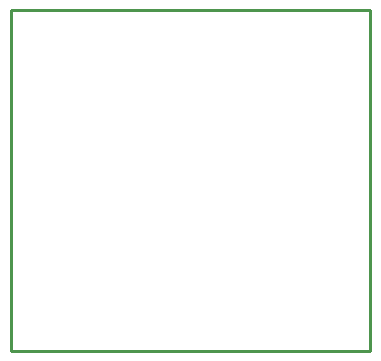
<source format=gbr>
G04 EAGLE Gerber RS-274X export*
G75*
%MOMM*%
%FSLAX34Y34*%
%LPD*%
%IN*%
%IPPOS*%
%AMOC8*
5,1,8,0,0,1.08239X$1,22.5*%
G01*
%ADD10C,0.254000*%


D10*
X0Y0D02*
X304600Y0D01*
X304600Y288800D01*
X0Y288800D01*
X0Y0D01*
M02*

</source>
